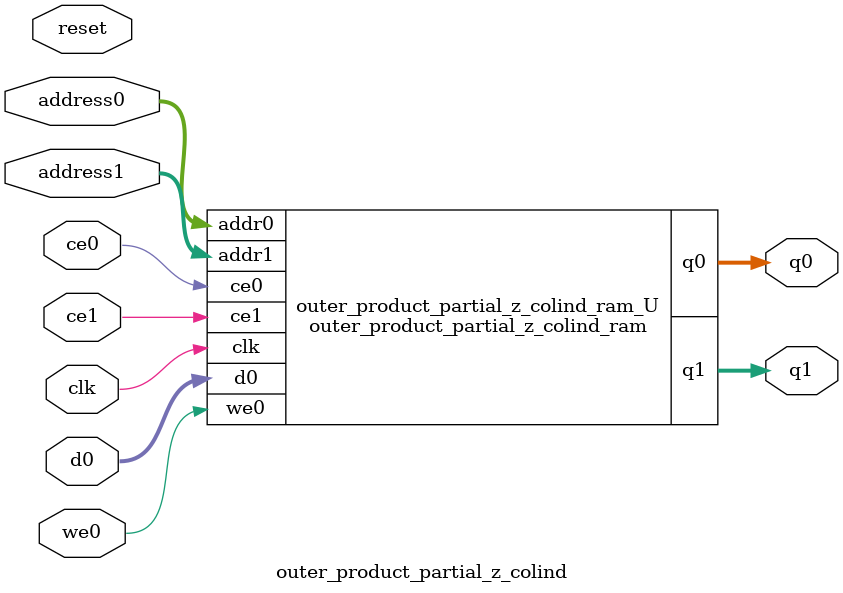
<source format=v>
`timescale 1 ns / 1 ps
module outer_product_partial_z_colind_ram (addr0, ce0, d0, we0, q0, addr1, ce1, q1,  clk);

parameter DWIDTH = 3;
parameter AWIDTH = 5;
parameter MEM_SIZE = 20;

input[AWIDTH-1:0] addr0;
input ce0;
input[DWIDTH-1:0] d0;
input we0;
output reg[DWIDTH-1:0] q0;
input[AWIDTH-1:0] addr1;
input ce1;
output reg[DWIDTH-1:0] q1;
input clk;

(* ram_style = "distributed" *)reg [DWIDTH-1:0] ram[0:MEM_SIZE-1];




always @(posedge clk)  
begin 
    if (ce0) 
    begin
        if (we0) 
        begin 
            ram[addr0] <= d0; 
        end 
        q0 <= ram[addr0];
    end
end


always @(posedge clk)  
begin 
    if (ce1) 
    begin
        q1 <= ram[addr1];
    end
end


endmodule

`timescale 1 ns / 1 ps
module outer_product_partial_z_colind(
    reset,
    clk,
    address0,
    ce0,
    we0,
    d0,
    q0,
    address1,
    ce1,
    q1);

parameter DataWidth = 32'd3;
parameter AddressRange = 32'd20;
parameter AddressWidth = 32'd5;
input reset;
input clk;
input[AddressWidth - 1:0] address0;
input ce0;
input we0;
input[DataWidth - 1:0] d0;
output[DataWidth - 1:0] q0;
input[AddressWidth - 1:0] address1;
input ce1;
output[DataWidth - 1:0] q1;



outer_product_partial_z_colind_ram outer_product_partial_z_colind_ram_U(
    .clk( clk ),
    .addr0( address0 ),
    .ce0( ce0 ),
    .we0( we0 ),
    .d0( d0 ),
    .q0( q0 ),
    .addr1( address1 ),
    .ce1( ce1 ),
    .q1( q1 ));

endmodule


</source>
